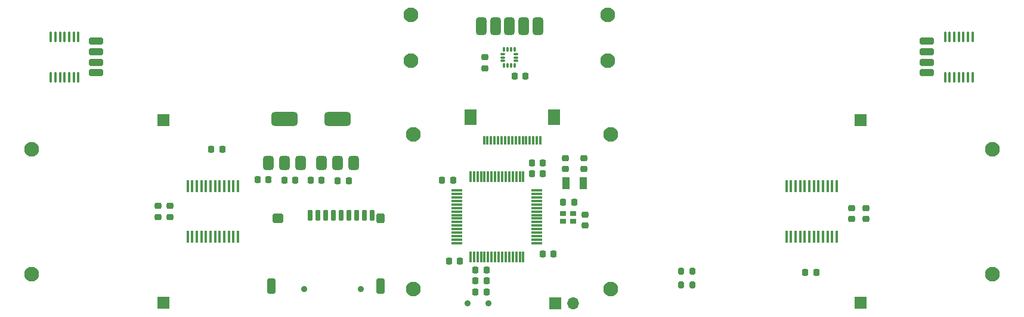
<source format=gbr>
%TF.GenerationSoftware,KiCad,Pcbnew,8.0.4*%
%TF.CreationDate,2024-11-30T13:52:58+01:00*%
%TF.ProjectId,ALL_PCBS,414c4c5f-5043-4425-932e-6b696361645f,rev?*%
%TF.SameCoordinates,Original*%
%TF.FileFunction,Soldermask,Bot*%
%TF.FilePolarity,Negative*%
%FSLAX46Y46*%
G04 Gerber Fmt 4.6, Leading zero omitted, Abs format (unit mm)*
G04 Created by KiCad (PCBNEW 8.0.4) date 2024-11-30 13:52:58*
%MOMM*%
%LPD*%
G01*
G04 APERTURE LIST*
G04 Aperture macros list*
%AMRoundRect*
0 Rectangle with rounded corners*
0 $1 Rounding radius*
0 $2 $3 $4 $5 $6 $7 $8 $9 X,Y pos of 4 corners*
0 Add a 4 corners polygon primitive as box body*
4,1,4,$2,$3,$4,$5,$6,$7,$8,$9,$2,$3,0*
0 Add four circle primitives for the rounded corners*
1,1,$1+$1,$2,$3*
1,1,$1+$1,$4,$5*
1,1,$1+$1,$6,$7*
1,1,$1+$1,$8,$9*
0 Add four rect primitives between the rounded corners*
20,1,$1+$1,$2,$3,$4,$5,0*
20,1,$1+$1,$4,$5,$6,$7,0*
20,1,$1+$1,$6,$7,$8,$9,0*
20,1,$1+$1,$8,$9,$2,$3,0*%
G04 Aperture macros list end*
%ADD10C,2.100000*%
%ADD11C,0.900000*%
%ADD12R,1.700000X1.700000*%
%ADD13O,1.700000X1.700000*%
%ADD14RoundRect,0.225000X-0.225000X-0.250000X0.225000X-0.250000X0.225000X0.250000X-0.225000X0.250000X0*%
%ADD15RoundRect,0.200000X-0.200000X-0.275000X0.200000X-0.275000X0.200000X0.275000X-0.200000X0.275000X0*%
%ADD16RoundRect,0.225000X0.225000X0.250000X-0.225000X0.250000X-0.225000X-0.250000X0.225000X-0.250000X0*%
%ADD17RoundRect,0.375000X0.375000X-0.625000X0.375000X0.625000X-0.375000X0.625000X-0.375000X-0.625000X0*%
%ADD18RoundRect,0.500000X1.400000X-0.500000X1.400000X0.500000X-1.400000X0.500000X-1.400000X-0.500000X0*%
%ADD19RoundRect,0.075000X0.700000X0.075000X-0.700000X0.075000X-0.700000X-0.075000X0.700000X-0.075000X0*%
%ADD20RoundRect,0.075000X0.075000X0.700000X-0.075000X0.700000X-0.075000X-0.700000X0.075000X-0.700000X0*%
%ADD21RoundRect,0.225000X-0.250000X0.225000X-0.250000X-0.225000X0.250000X-0.225000X0.250000X0.225000X0*%
%ADD22R,0.900000X0.800000*%
%ADD23RoundRect,0.375000X-0.375000X0.875000X-0.375000X-0.875000X0.375000X-0.875000X0.375000X0.875000X0*%
%ADD24RoundRect,0.100000X0.100000X-0.637500X0.100000X0.637500X-0.100000X0.637500X-0.100000X-0.637500X0*%
%ADD25R,1.000000X1.800000*%
%ADD26RoundRect,0.250000X-0.750000X-0.250000X0.750000X-0.250000X0.750000X0.250000X-0.750000X0.250000X0*%
%ADD27RoundRect,0.200000X0.200000X0.275000X-0.200000X0.275000X-0.200000X-0.275000X0.200000X-0.275000X0*%
%ADD28RoundRect,0.218750X-0.218750X-0.256250X0.218750X-0.256250X0.218750X0.256250X-0.218750X0.256250X0*%
%ADD29R,0.300000X1.300000*%
%ADD30R,1.800000X2.200000*%
%ADD31RoundRect,0.250000X0.750000X0.250000X-0.750000X0.250000X-0.750000X-0.250000X0.750000X-0.250000X0*%
%ADD32RoundRect,0.225000X0.250000X-0.225000X0.250000X0.225000X-0.250000X0.225000X-0.250000X-0.225000X0*%
%ADD33RoundRect,0.087500X0.087500X-0.225000X0.087500X0.225000X-0.087500X0.225000X-0.087500X-0.225000X0*%
%ADD34RoundRect,0.087500X0.225000X-0.087500X0.225000X0.087500X-0.225000X0.087500X-0.225000X-0.087500X0*%
%ADD35R,0.450000X1.750000*%
%ADD36RoundRect,0.175000X-0.175000X-0.625000X0.175000X-0.625000X0.175000X0.625000X-0.175000X0.625000X0*%
%ADD37RoundRect,0.300000X-0.300000X-0.800000X0.300000X-0.800000X0.300000X0.800000X-0.300000X0.800000X0*%
%ADD38RoundRect,0.350000X-0.450000X-0.350000X0.450000X-0.350000X0.450000X0.350000X-0.450000X0.350000X0*%
%ADD39RoundRect,0.300000X-0.300000X-0.400000X0.300000X-0.400000X0.300000X0.400000X-0.300000X0.400000X0*%
%ADD40RoundRect,0.100000X-0.100000X0.637500X-0.100000X-0.637500X0.100000X-0.637500X0.100000X0.637500X0*%
G04 APERTURE END LIST*
D10*
%TO.C,REF\u002A\u002A*%
X177300000Y-130200000D03*
%TD*%
D11*
%TO.C,BOOT*%
X156950000Y-132310000D03*
X159950000Y-132310000D03*
%TD*%
D12*
%TO.C,P1*%
X212800000Y-106200000D03*
%TD*%
D10*
%TO.C,REF\u002A\u002A*%
X95100000Y-110300000D03*
%TD*%
D12*
%TO.C,P4*%
X113800000Y-106200000D03*
%TD*%
%TO.C,P2*%
X212800000Y-132200000D03*
%TD*%
%TO.C,P3*%
X113800000Y-132200000D03*
%TD*%
D10*
%TO.C,REF\u002A\u002A*%
X149300000Y-108200000D03*
%TD*%
D12*
%TO.C,+VIN-*%
X169410000Y-132290000D03*
D13*
X171950000Y-132290000D03*
%TD*%
D10*
%TO.C,REF\u002A\u002A*%
X231500000Y-128100000D03*
%TD*%
%TO.C,REF\u002A\u002A*%
X149300000Y-130200000D03*
%TD*%
%TO.C,REF\u002A\u002A*%
X177300000Y-108200000D03*
%TD*%
%TO.C,REF\u002A\u002A*%
X231500000Y-110300000D03*
%TD*%
%TO.C,REF\u002A\u002A*%
X95100000Y-128100000D03*
%TD*%
%TO.C,REF\u002A\u002A*%
X176900000Y-91200000D03*
%TD*%
D14*
%TO.C,C1*%
X167625000Y-125275000D03*
X169175000Y-125275000D03*
%TD*%
D15*
%TO.C,R11*%
X187250000Y-129675000D03*
X188900000Y-129675000D03*
%TD*%
D16*
%TO.C,C13*%
X128700000Y-114650000D03*
X127150000Y-114650000D03*
%TD*%
D17*
%TO.C,U2*%
X133300000Y-112300000D03*
X131000000Y-112300000D03*
D18*
X131000000Y-106000000D03*
D17*
X128700000Y-112300000D03*
%TD*%
D19*
%TO.C,U1*%
X166800000Y-116200000D03*
X166800000Y-116700000D03*
X166800000Y-117200000D03*
X166800000Y-117700000D03*
X166800000Y-118200000D03*
X166800000Y-118700000D03*
X166800000Y-119200000D03*
X166800000Y-119700000D03*
X166800000Y-120200000D03*
X166800000Y-120700000D03*
X166800000Y-121200000D03*
X166800000Y-121700000D03*
X166800000Y-122200000D03*
X166800000Y-122700000D03*
X166800000Y-123200000D03*
X166800000Y-123700000D03*
D20*
X164875000Y-125625000D03*
X164375000Y-125625000D03*
X163875000Y-125625000D03*
X163375000Y-125625000D03*
X162875000Y-125625000D03*
X162375000Y-125625000D03*
X161875000Y-125625000D03*
X161375000Y-125625000D03*
X160875000Y-125625000D03*
X160375000Y-125625000D03*
X159875000Y-125625000D03*
X159375000Y-125625000D03*
X158875000Y-125625000D03*
X158375000Y-125625000D03*
X157875000Y-125625000D03*
X157375000Y-125625000D03*
D19*
X155450000Y-123700000D03*
X155450000Y-123200000D03*
X155450000Y-122700000D03*
X155450000Y-122200000D03*
X155450000Y-121700000D03*
X155450000Y-121200000D03*
X155450000Y-120700000D03*
X155450000Y-120200000D03*
X155450000Y-119700000D03*
X155450000Y-119200000D03*
X155450000Y-118700000D03*
X155450000Y-118200000D03*
X155450000Y-117700000D03*
X155450000Y-117200000D03*
X155450000Y-116700000D03*
X155450000Y-116200000D03*
D20*
X157375000Y-114275000D03*
X157875000Y-114275000D03*
X158375000Y-114275000D03*
X158875000Y-114275000D03*
X159375000Y-114275000D03*
X159875000Y-114275000D03*
X160375000Y-114275000D03*
X160875000Y-114275000D03*
X161375000Y-114275000D03*
X161875000Y-114275000D03*
X162375000Y-114275000D03*
X162875000Y-114275000D03*
X163375000Y-114275000D03*
X163875000Y-114275000D03*
X164375000Y-114275000D03*
X164875000Y-114275000D03*
%TD*%
D14*
%TO.C,C1*%
X163650000Y-99900000D03*
X165200000Y-99900000D03*
%TD*%
%TO.C,C2*%
X158100000Y-127500000D03*
X159650000Y-127500000D03*
%TD*%
%TO.C,C16*%
X138525000Y-114800000D03*
X140075000Y-114800000D03*
%TD*%
%TO.C,C14*%
X130975000Y-114775000D03*
X132525000Y-114775000D03*
%TD*%
D16*
%TO.C,C8*%
X172100000Y-117900000D03*
X170550000Y-117900000D03*
%TD*%
D14*
%TO.C,C6*%
X166125000Y-113775000D03*
X167675000Y-113775000D03*
%TD*%
D21*
%TO.C,C10*%
X173650000Y-119650000D03*
X173650000Y-121200000D03*
%TD*%
D22*
%TO.C,X1*%
X171950000Y-120600000D03*
X170550000Y-120600000D03*
X170550000Y-119500000D03*
X171950000Y-119500000D03*
%TD*%
D23*
%TO.C,IMU_Conn1*%
X158925000Y-92850000D03*
X160925000Y-92850000D03*
X162925000Y-92850000D03*
X164925000Y-92850000D03*
X166925000Y-92850000D03*
%TD*%
D24*
%TO.C,Encoder_L1*%
X228650000Y-100062500D03*
X228000000Y-100062500D03*
X227350000Y-100062500D03*
X226700000Y-100062500D03*
X226050000Y-100062500D03*
X225400000Y-100062500D03*
X224750000Y-100062500D03*
X224750000Y-94337500D03*
X225400000Y-94337500D03*
X226050000Y-94337500D03*
X226700000Y-94337500D03*
X227350000Y-94337500D03*
X228000000Y-94337500D03*
X228650000Y-94337500D03*
%TD*%
D25*
%TO.C,X2*%
X173400000Y-115200000D03*
X170900000Y-115200000D03*
%TD*%
D21*
%TO.C,C23*%
X113050000Y-118425000D03*
X113050000Y-119975000D03*
%TD*%
D26*
%TO.C,Encoder_L2*%
X222200000Y-94950000D03*
X222200000Y-96450000D03*
X222200000Y-97950000D03*
X222200000Y-99450000D03*
%TD*%
D27*
%TO.C,R12*%
X188900000Y-127675000D03*
X187250000Y-127675000D03*
%TD*%
D28*
%TO.C,L1*%
X158100000Y-130650000D03*
X159675000Y-130650000D03*
%TD*%
D14*
%TO.C,C17*%
X204909000Y-127898000D03*
X206459000Y-127898000D03*
%TD*%
D29*
%TO.C,GRUZIK3.0*%
X159300000Y-109050000D03*
X159800000Y-109050000D03*
X160300000Y-109050000D03*
X160800000Y-109050000D03*
X161300000Y-109050000D03*
X161800000Y-109050000D03*
X162300000Y-109050000D03*
X162800000Y-109050000D03*
X163300000Y-109050000D03*
X163800000Y-109050000D03*
X164300000Y-109050000D03*
X164800000Y-109050000D03*
X165300000Y-109050000D03*
X165800000Y-109050000D03*
X166300000Y-109050000D03*
X166800000Y-109050000D03*
X167300000Y-109050000D03*
D30*
X157400000Y-105800000D03*
X169200000Y-105800000D03*
%TD*%
D31*
%TO.C,Encoder_L2*%
X104250000Y-99450000D03*
X104250000Y-97950000D03*
X104250000Y-96450000D03*
X104250000Y-94950000D03*
%TD*%
D10*
%TO.C,REF\u002A\u002A*%
X148900000Y-91200000D03*
%TD*%
D14*
%TO.C,C3*%
X158100000Y-129075000D03*
X159650000Y-129075000D03*
%TD*%
D21*
%TO.C,C24*%
X114750000Y-118400000D03*
X114750000Y-119950000D03*
%TD*%
D32*
%TO.C,C18*%
X213500000Y-120275000D03*
X213500000Y-118725000D03*
%TD*%
D33*
%TO.C,U1*%
X163650000Y-98425000D03*
X163150000Y-98425000D03*
X162650000Y-98425000D03*
X162150000Y-98425000D03*
D34*
X161987500Y-97762500D03*
X161987500Y-97262500D03*
X161987500Y-96762500D03*
D33*
X162150000Y-96100000D03*
X162650000Y-96100000D03*
X163150000Y-96100000D03*
X163650000Y-96100000D03*
D34*
X163812500Y-96762500D03*
X163812500Y-97262500D03*
X163812500Y-97762500D03*
%TD*%
D16*
%TO.C,C20*%
X122150000Y-110350000D03*
X120600000Y-110350000D03*
%TD*%
%TO.C,C15*%
X136225000Y-114775000D03*
X134675000Y-114775000D03*
%TD*%
D10*
%TO.C,REF\u002A\u002A*%
X148900000Y-97700000D03*
%TD*%
D21*
%TO.C,C2*%
X159400000Y-97250000D03*
X159400000Y-98800000D03*
%TD*%
D35*
%TO.C,Driver R*%
X202225000Y-115600000D03*
X202875000Y-115600000D03*
X203525000Y-115600000D03*
X204175000Y-115600000D03*
X204825000Y-115600000D03*
X205475000Y-115600000D03*
X206125000Y-115600000D03*
X206775000Y-115600000D03*
X207425000Y-115600000D03*
X208075000Y-115600000D03*
X208725000Y-115600000D03*
X209375000Y-115600000D03*
X209375000Y-122800000D03*
X208725000Y-122800000D03*
X208075000Y-122800000D03*
X207425000Y-122800000D03*
X206775000Y-122800000D03*
X206125000Y-122800000D03*
X205475000Y-122800000D03*
X204825000Y-122800000D03*
X204175000Y-122800000D03*
X203525000Y-122800000D03*
X202875000Y-122800000D03*
X202225000Y-122800000D03*
%TD*%
D16*
%TO.C,C7*%
X154900000Y-114775000D03*
X153350000Y-114775000D03*
%TD*%
D11*
%TO.C,SD_Card*%
X133800000Y-130200000D03*
X141800000Y-130200000D03*
D36*
X134600000Y-119700000D03*
X135700000Y-119700000D03*
X136800000Y-119700000D03*
X137900000Y-119700000D03*
X139000000Y-119700000D03*
X140100000Y-119700000D03*
X141200000Y-119700000D03*
X142300000Y-119700000D03*
X143400000Y-119700000D03*
D37*
X129100000Y-129800000D03*
D38*
X130000000Y-120200000D03*
D39*
X144600000Y-120200000D03*
D37*
X144600000Y-129800000D03*
%TD*%
D17*
%TO.C,U3*%
X140825000Y-112325000D03*
X138525000Y-112325000D03*
D18*
X138525000Y-106025000D03*
D17*
X136225000Y-112325000D03*
%TD*%
D35*
%TO.C,Driver L*%
X124375000Y-122800000D03*
X123725000Y-122800000D03*
X123075000Y-122800000D03*
X122425000Y-122800000D03*
X121775000Y-122800000D03*
X121125000Y-122800000D03*
X120475000Y-122800000D03*
X119825000Y-122800000D03*
X119175000Y-122800000D03*
X118525000Y-122800000D03*
X117875000Y-122800000D03*
X117225000Y-122800000D03*
X117225000Y-115600000D03*
X117875000Y-115600000D03*
X118525000Y-115600000D03*
X119175000Y-115600000D03*
X119825000Y-115600000D03*
X120475000Y-115600000D03*
X121125000Y-115600000D03*
X121775000Y-115600000D03*
X122425000Y-115600000D03*
X123075000Y-115600000D03*
X123725000Y-115600000D03*
X124375000Y-115600000D03*
%TD*%
D32*
%TO.C,C19*%
X211500000Y-120275000D03*
X211500000Y-118725000D03*
%TD*%
D14*
%TO.C,C5*%
X166125000Y-112275000D03*
X167675000Y-112275000D03*
%TD*%
D40*
%TO.C,Encoder_L1*%
X97800000Y-94337500D03*
X98450000Y-94337500D03*
X99100000Y-94337500D03*
X99750000Y-94337500D03*
X100400000Y-94337500D03*
X101050000Y-94337500D03*
X101700000Y-94337500D03*
X101700000Y-100062500D03*
X101050000Y-100062500D03*
X100400000Y-100062500D03*
X99750000Y-100062500D03*
X99100000Y-100062500D03*
X98450000Y-100062500D03*
X97800000Y-100062500D03*
%TD*%
D21*
%TO.C,C11*%
X170850000Y-111625000D03*
X170850000Y-113175000D03*
%TD*%
%TO.C,C12*%
X173450000Y-111625000D03*
X173450000Y-113175000D03*
%TD*%
D10*
%TO.C,REF\u002A\u002A*%
X176900000Y-97700000D03*
%TD*%
D16*
%TO.C,C4*%
X155900000Y-126275000D03*
X154350000Y-126275000D03*
%TD*%
M02*

</source>
